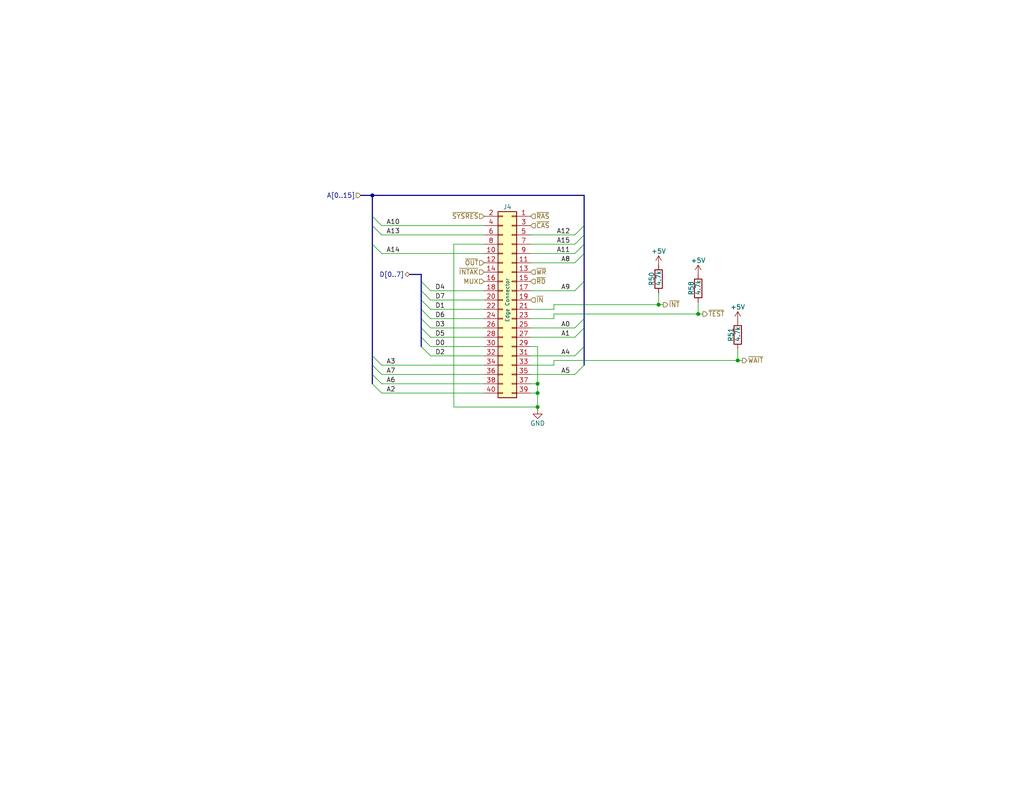
<source format=kicad_sch>
(kicad_sch (version 20231120) (generator "eeschema") (generator_version "8.0")
  (paper "USLetter")
  (title_block (title "TRS-80 Model I Rev G") (date "2024-11-29") (rev "E1C") (company "RetroStack - Marcel Erz") (comment 2 "Unbuffered system interface with pull-up circuity for inputs") (comment 4 "Card-Edge Interface"))
  (lib_symbols
    (symbol "Connector_Generic:Conn_02x20_Odd_Even" (pin_names (offset 1.016) hide)
      (property "Reference" "J" (at 1.27 25.4 0))
      (property "Value" "Conn_02x20_Odd_Even" (at 1.27 -27.94 0))
      (symbol "Conn_02x20_Odd_Even_1_1"
        (rectangle (start -1.27 -25.273) (end 0 -25.527) (stroke (width 0.1524)))
        (rectangle (start -1.27 -22.733) (end 0 -22.987) (stroke (width 0.1524)))
        (rectangle (start -1.27 -20.193) (end 0 -20.447) (stroke (width 0.1524)))
        (rectangle (start -1.27 -17.653) (end 0 -17.907) (stroke (width 0.1524)))
        (rectangle (start -1.27 -15.113) (end 0 -15.367) (stroke (width 0.1524)))
        (rectangle (start -1.27 -12.573) (end 0 -12.827) (stroke (width 0.1524)))
        (rectangle (start -1.27 -10.033) (end 0 -10.287) (stroke (width 0.1524)))
        (rectangle (start -1.27 -7.493) (end 0 -7.747) (stroke (width 0.1524)))
        (rectangle (start -1.27 -4.953) (end 0 -5.207) (stroke (width 0.1524)))
        (rectangle (start -1.27 -2.413) (end 0 -2.667) (stroke (width 0.1524)))
        (rectangle (start -1.27 0.127) (end 0 -0.127) (stroke (width 0.1524)))
        (rectangle (start -1.27 2.667) (end 0 2.413) (stroke (width 0.1524)))
        (rectangle (start -1.27 5.207) (end 0 4.953) (stroke (width 0.1524)))
        (rectangle (start -1.27 7.747) (end 0 7.493) (stroke (width 0.1524)))
        (rectangle (start -1.27 10.287) (end 0 10.033) (stroke (width 0.1524)))
        (rectangle (start -1.27 12.827) (end 0 12.573) (stroke (width 0.1524)))
        (rectangle (start -1.27 15.367) (end 0 15.113) (stroke (width 0.1524)))
        (rectangle (start -1.27 17.907) (end 0 17.653) (stroke (width 0.1524)))
        (rectangle (start -1.27 20.447) (end 0 20.193) (stroke (width 0.1524)))
        (rectangle (start -1.27 22.987) (end 0 22.733) (stroke (width 0.1524)))
        (rectangle (start -1.27 24.13) (end 3.81 -26.67) (stroke (width 0.254)) (fill (type background)))
        (rectangle (start 3.81 -25.273) (end 2.54 -25.527) (stroke (width 0.1524)))
        (rectangle (start 3.81 -22.733) (end 2.54 -22.987) (stroke (width 0.1524)))
        (rectangle (start 3.81 -20.193) (end 2.54 -20.447) (stroke (width 0.1524)))
        (rectangle (start 3.81 -17.653) (end 2.54 -17.907) (stroke (width 0.1524)))
        (rectangle (start 3.81 -15.113) (end 2.54 -15.367) (stroke (width 0.1524)))
        (rectangle (start 3.81 -12.573) (end 2.54 -12.827) (stroke (width 0.1524)))
        (rectangle (start 3.81 -10.033) (end 2.54 -10.287) (stroke (width 0.1524)))
        (rectangle (start 3.81 -7.493) (end 2.54 -7.747) (stroke (width 0.1524)))
        (rectangle (start 3.81 -4.953) (end 2.54 -5.207) (stroke (width 0.1524)))
        (rectangle (start 3.81 -2.413) (end 2.54 -2.667) (stroke (width 0.1524)))
        (rectangle (start 3.81 0.127) (end 2.54 -0.127) (stroke (width 0.1524)))
        (rectangle (start 3.81 2.667) (end 2.54 2.413) (stroke (width 0.1524)))
        (rectangle (start 3.81 5.207) (end 2.54 4.953) (stroke (width 0.1524)))
        (rectangle (start 3.81 7.747) (end 2.54 7.493) (stroke (width 0.1524)))
        (rectangle (start 3.81 10.287) (end 2.54 10.033) (stroke (width 0.1524)))
        (rectangle (start 3.81 12.827) (end 2.54 12.573) (stroke (width 0.1524)))
        (rectangle (start 3.81 15.367) (end 2.54 15.113) (stroke (width 0.1524)))
        (rectangle (start 3.81 17.907) (end 2.54 17.653) (stroke (width 0.1524)))
        (rectangle (start 3.81 20.447) (end 2.54 20.193) (stroke (width 0.1524)))
        (rectangle (start 3.81 22.987) (end 2.54 22.733) (stroke (width 0.1524)))
        (pin passive line (at -5.08 22.86 0) (length 3.81) (name "Pin_1") (number "1"))
        (pin passive line (at 7.62 12.7 180) (length 3.81) (name "Pin_10") (number "10"))
        (pin passive line (at -5.08 10.16 0) (length 3.81) (name "Pin_11") (number "11"))
        (pin passive line (at 7.62 10.16 180) (length 3.81) (name "Pin_12") (number "12"))
        (pin passive line (at -5.08 7.62 0) (length 3.81) (name "Pin_13") (number "13"))
        (pin passive line (at 7.62 7.62 180) (length 3.81) (name "Pin_14") (number "14"))
        (pin passive line (at -5.08 5.08 0) (length 3.81) (name "Pin_15") (number "15"))
        (pin passive line (at 7.62 5.08 180) (length 3.81) (name "Pin_16") (number "16"))
        (pin passive line (at -5.08 2.54 0) (length 3.81) (name "Pin_17") (number "17"))
        (pin passive line (at 7.62 2.54 180) (length 3.81) (name "Pin_18") (number "18"))
        (pin passive line (at -5.08 0 0) (length 3.81) (name "Pin_19") (number "19"))
        (pin passive line (at 7.62 22.86 180) (length 3.81) (name "Pin_2") (number "2"))
        (pin passive line (at 7.62 0 180) (length 3.81) (name "Pin_20") (number "20"))
        (pin passive line (at -5.08 -2.54 0) (length 3.81) (name "Pin_21") (number "21"))
        (pin passive line (at 7.62 -2.54 180) (length 3.81) (name "Pin_22") (number "22"))
        (pin passive line (at -5.08 -5.08 0) (length 3.81) (name "Pin_23") (number "23"))
        (pin passive line (at 7.62 -5.08 180) (length 3.81) (name "Pin_24") (number "24"))
        (pin passive line (at -5.08 -7.62 0) (length 3.81) (name "Pin_25") (number "25"))
        (pin passive line (at 7.62 -7.62 180) (length 3.81) (name "Pin_26") (number "26"))
        (pin passive line (at -5.08 -10.16 0) (length 3.81) (name "Pin_27") (number "27"))
        (pin passive line (at 7.62 -10.16 180) (length 3.81) (name "Pin_28") (number "28"))
        (pin passive line (at -5.08 -12.7 0) (length 3.81) (name "Pin_29") (number "29"))
        (pin passive line (at -5.08 20.32 0) (length 3.81) (name "Pin_3") (number "3"))
        (pin passive line (at 7.62 -12.7 180) (length 3.81) (name "Pin_30") (number "30"))
        (pin passive line (at -5.08 -15.24 0) (length 3.81) (name "Pin_31") (number "31"))
        (pin passive line (at 7.62 -15.24 180) (length 3.81) (name "Pin_32") (number "32"))
        (pin passive line (at -5.08 -17.78 0) (length 3.81) (name "Pin_33") (number "33"))
        (pin passive line (at 7.62 -17.78 180) (length 3.81) (name "Pin_34") (number "34"))
        (pin passive line (at -5.08 -20.32 0) (length 3.81) (name "Pin_35") (number "35"))
        (pin passive line (at 7.62 -20.32 180) (length 3.81) (name "Pin_36") (number "36"))
        (pin passive line (at -5.08 -22.86 0) (length 3.81) (name "Pin_37") (number "37"))
        (pin passive line (at 7.62 -22.86 180) (length 3.81) (name "Pin_38") (number "38"))
        (pin passive line (at -5.08 -25.4 0) (length 3.81) (name "Pin_39") (number "39"))
        (pin passive line (at 7.62 20.32 180) (length 3.81) (name "Pin_4") (number "4"))
        (pin passive line (at 7.62 -25.4 180) (length 3.81) (name "Pin_40") (number "40"))
        (pin passive line (at -5.08 17.78 0) (length 3.81) (name "Pin_5") (number "5"))
        (pin passive line (at 7.62 17.78 180) (length 3.81) (name "Pin_6") (number "6"))
        (pin passive line (at -5.08 15.24 0) (length 3.81) (name "Pin_7") (number "7"))
        (pin passive line (at 7.62 15.24 180) (length 3.81) (name "Pin_8") (number "8"))
        (pin passive line (at -5.08 12.7 0) (length 3.81) (name "Pin_9") (number "9"))
      )
    )
    (symbol "Device:R" (pin_numbers hide) (pin_names (offset 0))
      (property "Reference" "R" (at 2.032 0 90))
      (property "Value" "R" (at 0 0 90))
      (symbol "R_0_1"
        (rectangle (start -1.016 -2.54) (end 1.016 2.54) (stroke (width 0.254)))
      )
      (symbol "R_1_1"
        (pin passive line (at 0 3.81 270) (length 1.27) (name "~") (number "1"))
        (pin passive line (at 0 -3.81 90) (length 1.27) (name "~") (number "2"))
      )
    )
    (symbol "power:+5V" (power) (pin_names (offset 0))
      (property "Value" "+5V" (at 0 3.556 0))
      (symbol "+5V_0_1"
        (polyline (pts (xy -0.762 1.27) (xy 0 2.54)))
        (polyline (pts (xy 0 0) (xy 0 2.54)))
        (polyline (pts (xy 0 2.54) (xy 0.762 1.27)))
      )
      (symbol "+5V_1_1"
        (pin power_in line (at 0 0 90) (length 0) hide (name "+5V") (number "1"))
      )
    )
    (symbol "power:GND" (power) (pin_names (offset 0))
      (property "Value" "GND" (at 0 -3.81 0))
      (symbol "GND_0_1"
        (polyline (pts (xy 0 0) (xy 0 -1.27) (xy 1.27 -1.27) (xy 0 -2.54) (xy -1.27 -1.27) (xy 0 -1.27)))
      )
      (symbol "GND_1_1"
        (pin power_in line (at 0 0 270) (length 0) hide (name "GND") (number "1"))
      )
    )
  )
  (junction (at 146.685 107.315))
  (junction (at 190.5 85.725))
  (junction (at 101.6 53.34))
  (junction (at 179.705 83.185))
  (junction (at 146.685 104.775))
  (junction (at 201.295 98.425))
  (junction (at 146.685 111.125))
  (bus_entry (at 117.475 89.535) (size -2.54 -2.54))
  (bus_entry (at 156.845 64.135) (size 2.54 -2.54))
  (bus_entry (at 156.845 66.675) (size 2.54 -2.54))
  (bus_entry (at 104.14 107.315) (size -2.54 -2.54))
  (bus_entry (at 104.14 99.695) (size -2.54 -2.54))
  (bus_entry (at 117.475 79.375) (size -2.54 -2.54))
  (bus_entry (at 104.14 69.215) (size -2.54 -2.54))
  (bus_entry (at 156.845 69.215) (size 2.54 -2.54))
  (bus_entry (at 117.475 97.155) (size -2.54 -2.54))
  (bus_entry (at 104.14 61.595) (size -2.54 -2.54))
  (bus_entry (at 117.475 92.075) (size -2.54 -2.54))
  (bus_entry (at 156.845 102.235) (size 2.54 -2.54))
  (bus_entry (at 104.14 64.135) (size -2.54 -2.54))
  (bus_entry (at 156.845 79.375) (size 2.54 -2.54))
  (bus_entry (at 104.14 104.775) (size -2.54 -2.54))
  (bus_entry (at 156.845 89.535) (size 2.54 -2.54))
  (bus_entry (at 117.475 86.995) (size -2.54 -2.54))
  (bus_entry (at 156.845 71.755) (size 2.54 -2.54))
  (bus_entry (at 104.14 102.235) (size -2.54 -2.54))
  (bus_entry (at 117.475 84.455) (size -2.54 -2.54))
  (bus_entry (at 117.475 94.615) (size -2.54 -2.54))
  (bus_entry (at 156.845 92.075) (size 2.54 -2.54))
  (bus_entry (at 156.845 97.155) (size 2.54 -2.54))
  (bus_entry (at 117.475 81.915) (size -2.54 -2.54))
  (wire (pts (xy 117.475 81.915) (xy 132.08 81.915)))
  (bus (pts (xy 114.935 86.995) (xy 114.935 89.535)))
  (wire (pts (xy 179.705 83.185) (xy 180.975 83.185)))
  (bus (pts (xy 159.385 69.215) (xy 159.385 76.835)))
  (wire (pts (xy 146.685 94.615) (xy 146.685 104.775)))
  (wire (pts (xy 151.13 99.695) (xy 151.13 98.425)))
  (bus (pts (xy 159.385 53.34) (xy 159.385 61.595)))
  (wire (pts (xy 151.13 98.425) (xy 201.295 98.425)))
  (wire (pts (xy 144.78 79.375) (xy 156.845 79.375)))
  (bus (pts (xy 111.76 74.93) (xy 114.935 74.93)))
  (wire (pts (xy 104.14 102.235) (xy 132.08 102.235)))
  (wire (pts (xy 117.475 97.155) (xy 132.08 97.155)))
  (wire (pts (xy 104.14 104.775) (xy 132.08 104.775)))
  (wire (pts (xy 104.14 107.315) (xy 132.08 107.315)))
  (bus (pts (xy 159.385 86.995) (xy 159.385 89.535)))
  (wire (pts (xy 144.78 97.155) (xy 156.845 97.155)))
  (bus (pts (xy 114.935 89.535) (xy 114.935 92.075)))
  (wire (pts (xy 146.685 111.125) (xy 146.685 111.76)))
  (bus (pts (xy 101.6 66.675) (xy 101.6 97.155)))
  (bus (pts (xy 114.935 79.375) (xy 114.935 81.915)))
  (wire (pts (xy 144.78 102.235) (xy 156.845 102.235)))
  (bus (pts (xy 114.935 92.075) (xy 114.935 94.615)))
  (bus (pts (xy 101.6 99.695) (xy 101.6 102.235)))
  (wire (pts (xy 151.13 83.185) (xy 151.13 84.455)))
  (wire (pts (xy 146.685 111.125) (xy 123.825 111.125)))
  (wire (pts (xy 144.78 69.215) (xy 156.845 69.215)))
  (wire (pts (xy 179.705 83.185) (xy 179.705 80.01)))
  (bus (pts (xy 101.6 102.235) (xy 101.6 104.775)))
  (wire (pts (xy 144.78 99.695) (xy 151.13 99.695)))
  (wire (pts (xy 144.78 71.755) (xy 156.845 71.755)))
  (wire (pts (xy 144.78 104.775) (xy 146.685 104.775)))
  (wire (pts (xy 190.5 85.725) (xy 190.5 82.55)))
  (wire (pts (xy 144.78 64.135) (xy 156.845 64.135)))
  (wire (pts (xy 117.475 92.075) (xy 132.08 92.075)))
  (wire (pts (xy 151.13 83.185) (xy 179.705 83.185)))
  (wire (pts (xy 190.5 85.725) (xy 191.77 85.725)))
  (wire (pts (xy 104.14 64.135) (xy 132.08 64.135)))
  (bus (pts (xy 114.935 76.835) (xy 114.935 79.375)))
  (bus (pts (xy 159.385 89.535) (xy 159.385 94.615)))
  (wire (pts (xy 144.78 66.675) (xy 156.845 66.675)))
  (bus (pts (xy 101.6 53.34) (xy 101.6 59.055)))
  (wire (pts (xy 201.295 98.425) (xy 201.295 95.25)))
  (wire (pts (xy 146.685 104.775) (xy 146.685 107.315)))
  (bus (pts (xy 159.385 94.615) (xy 159.385 99.695)))
  (bus (pts (xy 114.935 74.93) (xy 114.935 76.835)))
  (wire (pts (xy 104.14 99.695) (xy 132.08 99.695)))
  (bus (pts (xy 98.425 53.34) (xy 101.6 53.34)))
  (bus (pts (xy 114.935 81.915) (xy 114.935 84.455)))
  (wire (pts (xy 117.475 84.455) (xy 132.08 84.455)))
  (bus (pts (xy 159.385 53.34) (xy 101.6 53.34)))
  (wire (pts (xy 151.13 85.725) (xy 190.5 85.725)))
  (wire (pts (xy 144.78 107.315) (xy 146.685 107.315)))
  (bus (pts (xy 101.6 61.595) (xy 101.6 66.675)))
  (bus (pts (xy 101.6 97.155) (xy 101.6 99.695)))
  (bus (pts (xy 101.6 59.055) (xy 101.6 61.595)))
  (wire (pts (xy 104.14 69.215) (xy 132.08 69.215)))
  (wire (pts (xy 144.78 94.615) (xy 146.685 94.615)))
  (wire (pts (xy 144.78 89.535) (xy 156.845 89.535)))
  (wire (pts (xy 146.685 107.315) (xy 146.685 111.125)))
  (wire (pts (xy 132.08 66.675) (xy 123.825 66.675)))
  (bus (pts (xy 159.385 64.135) (xy 159.385 66.675)))
  (wire (pts (xy 117.475 94.615) (xy 132.08 94.615)))
  (wire (pts (xy 151.13 86.995) (xy 151.13 85.725)))
  (bus (pts (xy 159.385 61.595) (xy 159.385 64.135)))
  (bus (pts (xy 159.385 66.675) (xy 159.385 69.215)))
  (bus (pts (xy 159.385 76.835) (xy 159.385 86.995)))
  (wire (pts (xy 117.475 86.995) (xy 132.08 86.995)))
  (wire (pts (xy 104.14 61.595) (xy 132.08 61.595)))
  (wire (pts (xy 144.78 92.075) (xy 156.845 92.075)))
  (wire (pts (xy 151.13 84.455) (xy 144.78 84.455)))
  (wire (pts (xy 123.825 66.675) (xy 123.825 111.125)))
  (wire (pts (xy 117.475 89.535) (xy 132.08 89.535)))
  (wire (pts (xy 117.475 79.375) (xy 132.08 79.375)))
  (wire (pts (xy 201.295 98.425) (xy 202.565 98.425)))
  (bus (pts (xy 114.935 84.455) (xy 114.935 86.995)))
  (wire (pts (xy 144.78 86.995) (xy 151.13 86.995)))
  (label "A2" (at 105.41 107.315 0))
  (label "D6" (at 118.745 86.995 0))
  (label "D5" (at 118.745 92.075 0))
  (label "A0" (at 155.575 89.535 180))
  (label "A5" (at 155.575 102.235 180))
  (label "D2" (at 118.745 97.155 0))
  (label "A11" (at 155.575 69.215 180))
  (label "A4" (at 155.575 97.155 180))
  (label "A9" (at 155.575 79.375 180))
  (label "A7" (at 105.41 102.235 0))
  (label "A12" (at 155.575 64.135 180))
  (label "D0" (at 118.745 94.615 0))
  (label "A8" (at 155.575 71.755 180))
  (label "A14" (at 105.41 69.215 0))
  (label "D4" (at 118.745 79.375 0))
  (label "A13" (at 105.41 64.135 0))
  (label "A10" (at 105.41 61.595 0))
  (label "D7" (at 118.745 81.915 0))
  (label "A6" (at 105.41 104.775 0))
  (label "D1" (at 118.745 84.455 0))
  (label "A1" (at 155.575 92.075 180))
  (label "D3" (at 118.745 89.535 0))
  (label "A15" (at 155.575 66.675 180))
  (label "A3" (at 105.41 99.695 0))
  (hierarchical_label "~{TEST}" (shape output) (at 191.77 85.725 0))
  (hierarchical_label "~{WR}" (shape input) (at 144.78 74.295 0))
  (hierarchical_label "~{RD}" (shape input) (at 144.78 76.835 0))
  (hierarchical_label "~{WAIT}" (shape output) (at 202.565 98.425 0))
  (hierarchical_label "A[0..15]" (shape input) (at 98.425 53.34 180))
  (hierarchical_label "~{INT}" (shape output) (at 180.975 83.185 0))
  (hierarchical_label "~{CAS}" (shape input) (at 144.78 61.595 0))
  (hierarchical_label "~{IN}" (shape input) (at 144.78 81.915 0))
  (hierarchical_label "~{OUT}" (shape input) (at 132.08 71.755 180))
  (hierarchical_label "~{RAS}" (shape input) (at 144.78 59.055 0))
  (hierarchical_label "MUX" (shape input) (at 132.08 76.835 180))
  (hierarchical_label "D[0..7]" (shape bidirectional) (at 111.76 74.93 180))
  (hierarchical_label "~{INTAK}" (shape input) (at 132.08 74.295 180))
  (hierarchical_label "~{SYSRES}" (shape input) (at 132.08 59.055 180))
  (symbol (lib_id "power:+5V") (at 190.5 74.93 0) (unit 1)
    (property "Reference" "#PWR07" (effects (hide yes)))
    (property "Value" "+5V" (at 190.5 71.12 0))
  )
  (symbol (lib_id "Device:R") (at 190.5 78.74 0) (unit 1)
    (property "Reference" "R58" (at 188.595 80.645 90) (effects (justify left)))
    (property "Value" "4.7k" (at 190.5 80.645 90) (effects (justify left)))
    (property "Footprint" "RetroStackLibrary:TRS80_Model_I_R_0.25W" (effects (hide yes)))
  )
  (symbol (lib_id "power:GND") (at 146.685 111.76 0) (unit 1)
    (property "Reference" "#PWR033" (effects (hide yes)))
    (property "Value" "GND" (at 146.685 115.57 0))
  )
  (symbol (lib_id "Connector_Generic:Conn_02x20_Odd_Even") (at 139.7 81.915 0) (mirror y) (unit 1)
    (property "Reference" "J4" (at 138.43 56.515 0))
    (property "Value" "Edge Connector" (at 138.43 81.915 90) (effects (font (size 1 1))))
    (property "Footprint" "RetroStackLibrary:TRS80_Model_I_Edge_Connector" (effects (hide yes)))
  )
  (symbol (lib_id "power:+5V") (at 201.295 87.63 0) (unit 1)
    (property "Reference" "#PWR018" (effects (hide yes)))
    (property "Value" "+5V" (at 201.295 83.82 0))
  )
  (symbol (lib_id "power:+5V") (at 179.705 72.39 0) (unit 1)
    (property "Reference" "#PWR06" (effects (hide yes)))
    (property "Value" "+5V" (at 179.705 68.58 0))
  )
  (symbol (lib_id "Device:R") (at 201.295 91.44 0) (unit 1)
    (property "Reference" "R51" (at 199.39 93.345 90) (effects (justify left)))
    (property "Value" "4.7k" (at 201.295 93.345 90) (effects (justify left)))
    (property "Footprint" "RetroStackLibrary:TRS80_Model_I_R_0.25W" (effects (hide yes)))
  )
  (symbol (lib_id "Device:R") (at 179.705 76.2 0) (unit 1)
    (property "Reference" "R50" (at 177.8 78.105 90) (effects (justify left)))
    (property "Value" "4.7k" (at 179.705 78.105 90) (effects (justify left)))
    (property "Footprint" "RetroStackLibrary:TRS80_Model_I_R_0.25W" (effects (hide yes)))
  )
)
</source>
